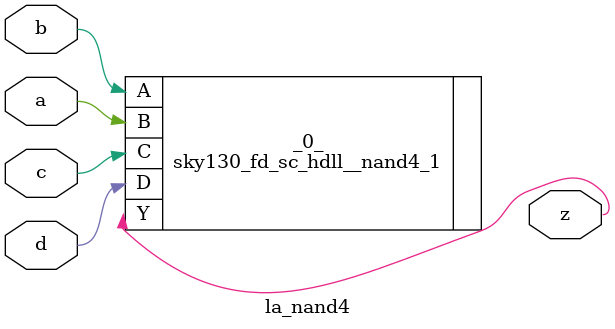
<source format=v>

/* Generated by Yosys 0.37 (git sha1 a5c7f69ed, clang 14.0.0-1ubuntu1.1 -fPIC -Os) */

module la_nand4(a, b, c, d, z);
  input a;
  wire a;
  input b;
  wire b;
  input c;
  wire c;
  input d;
  wire d;
  output z;
  wire z;
  sky130_fd_sc_hdll__nand4_1 _0_ (
    .A(b),
    .B(a),
    .C(c),
    .D(d),
    .Y(z)
  );
endmodule

</source>
